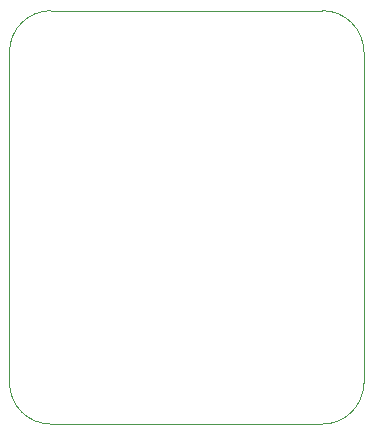
<source format=gm1>
%TF.GenerationSoftware,KiCad,Pcbnew,(6.0.1)*%
%TF.CreationDate,2022-02-20T00:37:46+08:00*%
%TF.ProjectId,PCB_TFT_RF096HQ13,5043425f-5446-4545-9f52-463039364851,V0.9*%
%TF.SameCoordinates,Original*%
%TF.FileFunction,Profile,NP*%
%FSLAX46Y46*%
G04 Gerber Fmt 4.6, Leading zero omitted, Abs format (unit mm)*
G04 Created by KiCad (PCBNEW (6.0.1)) date 2022-02-20 00:37:46*
%MOMM*%
%LPD*%
G01*
G04 APERTURE LIST*
%TA.AperFunction,Profile*%
%ADD10C,0.100000*%
%TD*%
G04 APERTURE END LIST*
D10*
X125619000Y-77998200D02*
G75*
G03*
X129119000Y-74498200I1J3499999D01*
G01*
X99119000Y-74498200D02*
G75*
G03*
X102619000Y-77998200I3499999J-1D01*
G01*
X99119000Y-74498200D02*
X99119000Y-46498200D01*
X102619000Y-42998200D02*
G75*
G03*
X99119000Y-46498200I-1J-3499999D01*
G01*
X125619000Y-77998200D02*
X102619000Y-77998200D01*
X129119000Y-46498200D02*
G75*
G03*
X125619000Y-42998200I-3499999J1D01*
G01*
X102619000Y-42998200D02*
X125619000Y-42998200D01*
X129119000Y-46498200D02*
X129119000Y-74498200D01*
M02*

</source>
